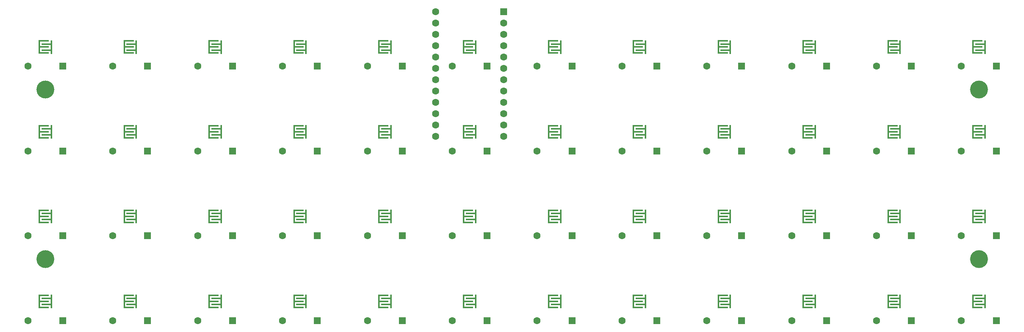
<source format=gts>
%TF.GenerationSoftware,KiCad,Pcbnew,6.0.3-a3aad9c10e~116~ubuntu21.10.1*%
%TF.CreationDate,2022-04-17T15:15:34+01:00*%
%TF.ProjectId,PCB,5043422e-6b69-4636-9164-5f7063625858,rev?*%
%TF.SameCoordinates,Original*%
%TF.FileFunction,Soldermask,Top*%
%TF.FilePolarity,Negative*%
%FSLAX46Y46*%
G04 Gerber Fmt 4.6, Leading zero omitted, Abs format (unit mm)*
G04 Created by KiCad (PCBNEW 6.0.3-a3aad9c10e~116~ubuntu21.10.1) date 2022-04-17 15:15:34*
%MOMM*%
%LPD*%
G01*
G04 APERTURE LIST*
G04 Aperture macros list*
%AMFreePoly0*
4,1,13,0.142022,-1.501900,-0.191750,-1.501900,-0.191750,-0.834357,-2.194378,-0.834357,-2.194378,-0.500586,-0.191750,-0.500586,-0.191750,0.500728,-2.194378,0.500728,-2.194378,0.834500,-0.191750,0.834500,-0.191750,1.502042,0.142022,1.502042,0.142022,-1.501900,0.142022,-1.501900,$1*%
%AMFreePoly1*
4,1,13,2.154428,1.148229,0.151800,1.148229,0.151800,0.146915,2.154428,0.146915,2.154428,-0.186856,0.151800,-0.186856,0.151800,-1.188170,2.154428,-1.188170,2.154428,-1.521942,-0.181971,-1.521942,-0.181971,1.482000,2.154428,1.482000,2.154428,1.148229,2.154428,1.148229,$1*%
G04 Aperture macros list end*
%ADD10C,4.000000*%
%ADD11FreePoly0,0.000000*%
%ADD12FreePoly1,0.000000*%
%ADD13R,1.600000X1.600000*%
%ADD14C,1.600000*%
G04 APERTURE END LIST*
D10*
%TO.C,HOLE_M3*%
X255020000Y-80440000D03*
%TD*%
D11*
%TO.C,K2*%
X66380000Y-70940000D03*
D12*
X63700000Y-70920000D03*
%TD*%
D11*
%TO.C,K40*%
X104380000Y-127940000D03*
D12*
X101700000Y-127920000D03*
%TD*%
D11*
%TO.C,K42*%
X142380000Y-127940000D03*
D12*
X139700000Y-127920000D03*
%TD*%
D11*
%TO.C,K35*%
X237380000Y-108940000D03*
D12*
X234700000Y-108920000D03*
%TD*%
D10*
%TO.C,HOLE_M3*%
X46020000Y-118440000D03*
%TD*%
D11*
%TO.C,K25*%
X47380000Y-108940000D03*
D12*
X44700000Y-108920000D03*
%TD*%
D11*
%TO.C,K32*%
X180380000Y-108940000D03*
D12*
X177700000Y-108920000D03*
%TD*%
D11*
%TO.C,K27*%
X85380000Y-108940000D03*
D12*
X82700000Y-108920000D03*
%TD*%
D11*
%TO.C,K12*%
X256380000Y-70940000D03*
D12*
X253700000Y-70920000D03*
%TD*%
D11*
%TO.C,K5*%
X123380000Y-70940000D03*
D12*
X120700000Y-70920000D03*
%TD*%
D11*
%TO.C,K7*%
X161380000Y-70940000D03*
D12*
X158700000Y-70920000D03*
%TD*%
D11*
%TO.C,K17*%
X123380000Y-89940000D03*
D12*
X120700000Y-89920000D03*
%TD*%
D11*
%TO.C,K19*%
X161380000Y-89940000D03*
D12*
X158700000Y-89920000D03*
%TD*%
D11*
%TO.C,K4*%
X104380000Y-70940000D03*
D12*
X101700000Y-70920000D03*
%TD*%
D11*
%TO.C,K23*%
X237380000Y-89940000D03*
D12*
X234700000Y-89920000D03*
%TD*%
D11*
%TO.C,K43*%
X161380000Y-127940000D03*
D12*
X158700000Y-127920000D03*
%TD*%
D11*
%TO.C,K10*%
X218380000Y-70940000D03*
D12*
X215700000Y-70920000D03*
%TD*%
D11*
%TO.C,K1*%
X47380000Y-70940000D03*
D12*
X44700000Y-70920000D03*
%TD*%
D11*
%TO.C,K44*%
X180380000Y-127940000D03*
D12*
X177700000Y-127920000D03*
%TD*%
D11*
%TO.C,K18*%
X142380000Y-89940000D03*
D12*
X139700000Y-89920000D03*
%TD*%
D11*
%TO.C,K24*%
X256380000Y-89940000D03*
D12*
X253700000Y-89920000D03*
%TD*%
D11*
%TO.C,K22*%
X218380000Y-89940000D03*
D12*
X215700000Y-89920000D03*
%TD*%
D11*
%TO.C,K46*%
X218380000Y-127940000D03*
D12*
X215700000Y-127920000D03*
%TD*%
D11*
%TO.C,K28*%
X104380000Y-108940000D03*
D12*
X101700000Y-108920000D03*
%TD*%
D11*
%TO.C,K3*%
X85380000Y-70940000D03*
D12*
X82700000Y-70920000D03*
%TD*%
D11*
%TO.C,K9*%
X199380000Y-70940000D03*
D12*
X196700000Y-70920000D03*
%TD*%
D11*
%TO.C,K8*%
X180380000Y-70940000D03*
D12*
X177700000Y-70920000D03*
%TD*%
D11*
%TO.C,K21*%
X199380000Y-89940000D03*
D12*
X196700000Y-89920000D03*
%TD*%
D11*
%TO.C,K29*%
X123380000Y-108940000D03*
D12*
X120700000Y-108920000D03*
%TD*%
D11*
%TO.C,K14*%
X66380000Y-89940000D03*
D12*
X63700000Y-89920000D03*
%TD*%
D11*
%TO.C,K39*%
X85380000Y-127940000D03*
D12*
X82700000Y-127920000D03*
%TD*%
D11*
%TO.C,K6*%
X142380000Y-70940000D03*
D12*
X139700000Y-70920000D03*
%TD*%
D11*
%TO.C,K45*%
X199380000Y-127940000D03*
D12*
X196700000Y-127920000D03*
%TD*%
D11*
%TO.C,K31*%
X161380000Y-108940000D03*
D12*
X158700000Y-108920000D03*
%TD*%
D11*
%TO.C,K26*%
X66380000Y-108940000D03*
D12*
X63700000Y-108920000D03*
%TD*%
D10*
%TO.C,HOLE_M3*%
X46020000Y-80440000D03*
%TD*%
D11*
%TO.C,K15*%
X85380000Y-89940000D03*
D12*
X82700000Y-89920000D03*
%TD*%
D11*
%TO.C,K36*%
X256380000Y-108940000D03*
D12*
X253700000Y-108920000D03*
%TD*%
D11*
%TO.C,K30*%
X142380000Y-108940000D03*
D12*
X139700000Y-108920000D03*
%TD*%
D11*
%TO.C,K34*%
X218380000Y-108940000D03*
D12*
X215700000Y-108920000D03*
%TD*%
D11*
%TO.C,K48*%
X256380000Y-127940000D03*
D12*
X253700000Y-127920000D03*
%TD*%
D10*
%TO.C,HOLE_M3*%
X255020000Y-118440000D03*
%TD*%
D11*
%TO.C,K11*%
X237380000Y-70940000D03*
D12*
X234700000Y-70920000D03*
%TD*%
D11*
%TO.C,K20*%
X180380000Y-89940000D03*
D12*
X177700000Y-89920000D03*
%TD*%
D11*
%TO.C,K33*%
X199380000Y-108940000D03*
D12*
X196700000Y-108920000D03*
%TD*%
D11*
%TO.C,K41*%
X123380000Y-127940000D03*
D12*
X120700000Y-127920000D03*
%TD*%
D11*
%TO.C,K47*%
X237380000Y-127940000D03*
D12*
X234700000Y-127920000D03*
%TD*%
D11*
%TO.C,K37*%
X47380000Y-127940000D03*
D12*
X44700000Y-127920000D03*
%TD*%
D11*
%TO.C,K16*%
X104380000Y-89940000D03*
D12*
X101700000Y-89920000D03*
%TD*%
D11*
%TO.C,K38*%
X66380000Y-127940000D03*
D12*
X63700000Y-127920000D03*
%TD*%
D11*
%TO.C,K13*%
X47380000Y-89940000D03*
D12*
X44700000Y-89920000D03*
%TD*%
D13*
%TO.C,Pro-Micro1*%
X148640000Y-62975000D03*
D14*
X148640000Y-65515000D03*
X148640000Y-68055000D03*
X148640000Y-70595000D03*
X148640000Y-73135000D03*
X148640000Y-75675000D03*
X148640000Y-78215000D03*
X148640000Y-80755000D03*
X148640000Y-83295000D03*
X148640000Y-85835000D03*
X148640000Y-88375000D03*
X148640000Y-90915000D03*
X133400000Y-90915000D03*
X133400000Y-88375000D03*
X133400000Y-85835000D03*
X133400000Y-83295000D03*
X133400000Y-80755000D03*
X133400000Y-78215000D03*
X133400000Y-75675000D03*
X133400000Y-73135000D03*
X133400000Y-70595000D03*
X133400000Y-68055000D03*
X133400000Y-65515000D03*
X133400000Y-62975000D03*
%TD*%
D13*
%TO.C,D39*%
X87920000Y-132240000D03*
D14*
X80120000Y-132240000D03*
%TD*%
D13*
%TO.C,D26*%
X68920000Y-113240000D03*
D14*
X61120000Y-113240000D03*
%TD*%
D13*
%TO.C,D11*%
X239920000Y-75240000D03*
D14*
X232120000Y-75240000D03*
%TD*%
D13*
%TO.C,D18*%
X144920000Y-94240000D03*
D14*
X137120000Y-94240000D03*
%TD*%
D13*
%TO.C,D10*%
X220920000Y-75240000D03*
D14*
X213120000Y-75240000D03*
%TD*%
D13*
%TO.C,D23*%
X239920000Y-94240000D03*
D14*
X232120000Y-94240000D03*
%TD*%
D13*
%TO.C,D28*%
X106920000Y-113240000D03*
D14*
X99120000Y-113240000D03*
%TD*%
D13*
%TO.C,D7*%
X163920000Y-75240000D03*
D14*
X156120000Y-75240000D03*
%TD*%
D13*
%TO.C,D37*%
X49920000Y-132240000D03*
D14*
X42120000Y-132240000D03*
%TD*%
D13*
%TO.C,D1*%
X49920000Y-75240000D03*
D14*
X42120000Y-75240000D03*
%TD*%
D13*
%TO.C,D48*%
X258920000Y-132240000D03*
D14*
X251120000Y-132240000D03*
%TD*%
D13*
%TO.C,D47*%
X239920000Y-132240000D03*
D14*
X232120000Y-132240000D03*
%TD*%
D13*
%TO.C,D21*%
X201920000Y-94240000D03*
D14*
X194120000Y-94240000D03*
%TD*%
D13*
%TO.C,D6*%
X144920000Y-75240000D03*
D14*
X137120000Y-75240000D03*
%TD*%
D13*
%TO.C,D31*%
X163920000Y-113240000D03*
D14*
X156120000Y-113240000D03*
%TD*%
D13*
%TO.C,D4*%
X106920000Y-75240000D03*
D14*
X99120000Y-75240000D03*
%TD*%
D13*
%TO.C,D36*%
X258920000Y-113240000D03*
D14*
X251120000Y-113240000D03*
%TD*%
D13*
%TO.C,D14*%
X68920000Y-94240000D03*
D14*
X61120000Y-94240000D03*
%TD*%
D13*
%TO.C,D29*%
X125920000Y-113240000D03*
D14*
X118120000Y-113240000D03*
%TD*%
D13*
%TO.C,D42*%
X144920000Y-132240000D03*
D14*
X137120000Y-132240000D03*
%TD*%
D13*
%TO.C,D41*%
X125920000Y-132240000D03*
D14*
X118120000Y-132240000D03*
%TD*%
D13*
%TO.C,D40*%
X106920000Y-132240000D03*
D14*
X99120000Y-132240000D03*
%TD*%
D13*
%TO.C,D8*%
X182920000Y-75240000D03*
D14*
X175120000Y-75240000D03*
%TD*%
D13*
%TO.C,D17*%
X125920000Y-94240000D03*
D14*
X118120000Y-94240000D03*
%TD*%
D13*
%TO.C,D2*%
X68920000Y-75240000D03*
D14*
X61120000Y-75240000D03*
%TD*%
D13*
%TO.C,D24*%
X258920000Y-94240000D03*
D14*
X251120000Y-94240000D03*
%TD*%
D13*
%TO.C,D9*%
X201920000Y-75240000D03*
D14*
X194120000Y-75240000D03*
%TD*%
D13*
%TO.C,D12*%
X258920000Y-75240000D03*
D14*
X251120000Y-75240000D03*
%TD*%
D13*
%TO.C,D13*%
X49920000Y-94240000D03*
D14*
X42120000Y-94240000D03*
%TD*%
D13*
%TO.C,D5*%
X125920000Y-75240000D03*
D14*
X118120000Y-75240000D03*
%TD*%
D13*
%TO.C,D33*%
X201920000Y-113240000D03*
D14*
X194120000Y-113240000D03*
%TD*%
D13*
%TO.C,D30*%
X144920000Y-113240000D03*
D14*
X137120000Y-113240000D03*
%TD*%
D13*
%TO.C,D27*%
X87920000Y-113240000D03*
D14*
X80120000Y-113240000D03*
%TD*%
D13*
%TO.C,D25*%
X49920000Y-113240000D03*
D14*
X42120000Y-113240000D03*
%TD*%
D13*
%TO.C,D45*%
X201920000Y-132240000D03*
D14*
X194120000Y-132240000D03*
%TD*%
D13*
%TO.C,D20*%
X182920000Y-94240000D03*
D14*
X175120000Y-94240000D03*
%TD*%
D13*
%TO.C,D38*%
X68920000Y-132240000D03*
D14*
X61120000Y-132240000D03*
%TD*%
D13*
%TO.C,D43*%
X163920000Y-132240000D03*
D14*
X156120000Y-132240000D03*
%TD*%
D13*
%TO.C,D44*%
X182920000Y-132240000D03*
D14*
X175120000Y-132240000D03*
%TD*%
D13*
%TO.C,D32*%
X182920000Y-113240000D03*
D14*
X175120000Y-113240000D03*
%TD*%
D13*
%TO.C,D22*%
X220920000Y-94240000D03*
D14*
X213120000Y-94240000D03*
%TD*%
D13*
%TO.C,D3*%
X87920000Y-75240000D03*
D14*
X80120000Y-75240000D03*
%TD*%
D13*
%TO.C,D15*%
X87920000Y-94240000D03*
D14*
X80120000Y-94240000D03*
%TD*%
D13*
%TO.C,D46*%
X220920000Y-132240000D03*
D14*
X213120000Y-132240000D03*
%TD*%
D13*
%TO.C,D16*%
X106920000Y-94240000D03*
D14*
X99120000Y-94240000D03*
%TD*%
D13*
%TO.C,D35*%
X239920000Y-113240000D03*
D14*
X232120000Y-113240000D03*
%TD*%
D13*
%TO.C,D34*%
X220920000Y-113240000D03*
D14*
X213120000Y-113240000D03*
%TD*%
D13*
%TO.C,D19*%
X163920000Y-94240000D03*
D14*
X156120000Y-94240000D03*
%TD*%
M02*

</source>
